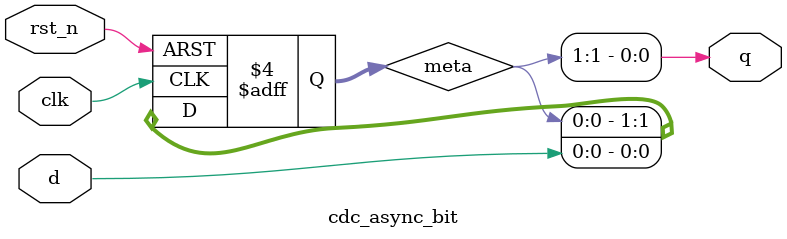
<source format=sv>

module cdc_async_bit #(
		parameter int LENGTH = 2
	) (
		input  rst_n,
		input  clk,
		input  d,
		output q
	);

	logic [LENGTH-1:0] meta = '0;
	always_ff @(negedge rst_n or posedge clk) begin
		if (~rst_n) begin
			meta <= '0;
		end
		else begin
			meta <= {meta[LENGTH-2:0], d};
		end
	end
	assign q = meta[LENGTH-1];

endmodule


</source>
